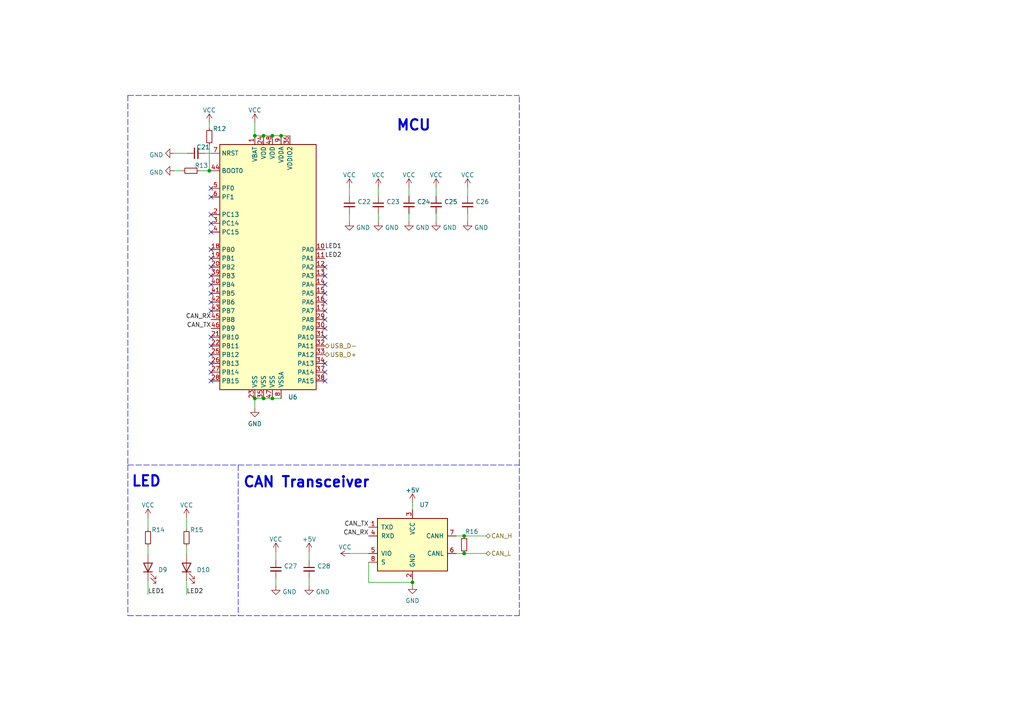
<source format=kicad_sch>
(kicad_sch (version 20211123) (generator eeschema)
  (paper "A4")
  (lib_symbols
    (symbol "Device:C_Small" (pin_numbers hide) (pin_names (offset 0.254) hide)
      (property "Reference" "C" (at 0.254 1.778 0))
      (property "Value" "C_Small" (at 0.254 -2.032 0))
      (symbol "C_Small_0_1"
        (polyline (pts (xy -1.524 -0.508) (xy 1.524 -0.508)) (stroke (width 0.3302)))
        (polyline (pts (xy -1.524 0.508) (xy 1.524 0.508)) (stroke (width 0.3048)))
      )
      (symbol "C_Small_1_1"
        (pin passive line (at 0 2.54 270) (length 2.032) (name "~") (number "1"))
        (pin passive line (at 0 -2.54 90) (length 2.032) (name "~") (number "2"))
      )
    )
    (symbol "Device:LED" (pin_numbers hide) (pin_names (offset 1.016) hide)
      (property "Reference" "D" (at 0 2.54 0))
      (property "Value" "LED" (at 0 -2.54 0))
      (symbol "LED_0_1"
        (polyline (pts (xy -1.27 -1.27) (xy -1.27 1.27)) (stroke (width 0.254)))
        (polyline (pts (xy -1.27 0) (xy 1.27 0)))
        (polyline (pts (xy 1.27 -1.27) (xy 1.27 1.27) (xy -1.27 0) (xy 1.27 -1.27)) (stroke (width 0.254)))
        (polyline (pts (xy -3.048 -0.762) (xy -4.572 -2.286) (xy -3.81 -2.286) (xy -4.572 -2.286) (xy -4.572 -1.524)))
        (polyline (pts (xy -1.778 -0.762) (xy -3.302 -2.286) (xy -2.54 -2.286) (xy -3.302 -2.286) (xy -3.302 -1.524)))
      )
      (symbol "LED_1_1"
        (pin passive line (at -3.81 0 0) (length 2.54) (name "K") (number "1"))
        (pin passive line (at 3.81 0 180) (length 2.54) (name "A") (number "2"))
      )
    )
    (symbol "Device:R_Small" (pin_numbers hide) (pin_names (offset 0.254) hide)
      (property "Reference" "R" (at 0.762 0.508 0))
      (property "Value" "R_Small" (at 0.762 -1.016 0))
      (symbol "R_Small_0_1"
        (rectangle (start -0.762 1.778) (end 0.762 -1.778) (stroke (width 0.2032)))
      )
      (symbol "R_Small_1_1"
        (pin passive line (at 0 2.54 270) (length 0.762) (name "~") (number "1"))
        (pin passive line (at 0 -2.54 90) (length 0.762) (name "~") (number "2"))
      )
    )
    (symbol "Interface_CAN_LIN:TJA1051T-3" (pin_names (offset 1.016))
      (property "Reference" "U" (at -10.16 8.89 0))
      (property "Value" "TJA1051T-3" (at 1.27 8.89 0))
      (symbol "TJA1051T-3_0_1"
        (rectangle (start -10.16 7.62) (end 10.16 -7.62) (stroke (width 0.254)) (fill (type background)))
      )
      (symbol "TJA1051T-3_1_1"
        (pin input line (at -12.7 5.08 0) (length 2.54) (name "TXD") (number "1"))
        (pin power_in line (at 0 -10.16 90) (length 2.54) (name "GND") (number "2"))
        (pin power_in line (at 0 10.16 270) (length 2.54) (name "VCC") (number "3"))
        (pin output line (at -12.7 2.54 0) (length 2.54) (name "RXD") (number "4"))
        (pin power_in line (at -12.7 -2.54 0) (length 2.54) (name "VIO") (number "5"))
        (pin bidirectional line (at 12.7 -2.54 180) (length 2.54) (name "CANL") (number "6"))
        (pin bidirectional line (at 12.7 2.54 180) (length 2.54) (name "CANH") (number "7"))
        (pin input line (at -12.7 -5.08 0) (length 2.54) (name "S") (number "8"))
      )
    )
    (symbol "MCU_ST_STM32F0:STM32F072C8Tx"
      (property "Reference" "U" (at -15.24 36.83 0))
      (property "Value" "STM32F072C8Tx" (at 7.62 36.83 0))
      (symbol "STM32F072C8Tx_0_1"
        (rectangle (start -15.24 -35.56) (end 12.7 35.56) (stroke (width 0.254)) (fill (type background)))
      )
      (symbol "STM32F072C8Tx_1_1"
        (pin power_in line (at -5.08 38.1 270) (length 2.54) (name "VBAT") (number "1"))
        (pin bidirectional line (at 15.24 5.08 180) (length 2.54) (name "PA0") (number "10"))
        (pin bidirectional line (at 15.24 2.54 180) (length 2.54) (name "PA1") (number "11"))
        (pin bidirectional line (at 15.24 0 180) (length 2.54) (name "PA2") (number "12"))
        (pin bidirectional line (at 15.24 -2.54 180) (length 2.54) (name "PA3") (number "13"))
        (pin bidirectional line (at 15.24 -5.08 180) (length 2.54) (name "PA4") (number "14"))
        (pin bidirectional line (at 15.24 -7.62 180) (length 2.54) (name "PA5") (number "15"))
        (pin bidirectional line (at 15.24 -10.16 180) (length 2.54) (name "PA6") (number "16"))
        (pin bidirectional line (at 15.24 -12.7 180) (length 2.54) (name "PA7") (number "17"))
        (pin bidirectional line (at -17.78 5.08 0) (length 2.54) (name "PB0") (number "18"))
        (pin bidirectional line (at -17.78 2.54 0) (length 2.54) (name "PB1") (number "19"))
        (pin bidirectional line (at -17.78 15.24 0) (length 2.54) (name "PC13") (number "2"))
        (pin bidirectional line (at -17.78 0 0) (length 2.54) (name "PB2") (number "20"))
        (pin bidirectional line (at -17.78 -20.32 0) (length 2.54) (name "PB10") (number "21"))
        (pin bidirectional line (at -17.78 -22.86 0) (length 2.54) (name "PB11") (number "22"))
        (pin power_in line (at -5.08 -38.1 90) (length 2.54) (name "VSS") (number "23"))
        (pin power_in line (at -2.54 38.1 270) (length 2.54) (name "VDD") (number "24"))
        (pin bidirectional line (at -17.78 -25.4 0) (length 2.54) (name "PB12") (number "25"))
        (pin bidirectional line (at -17.78 -27.94 0) (length 2.54) (name "PB13") (number "26"))
        (pin bidirectional line (at -17.78 -30.48 0) (length 2.54) (name "PB14") (number "27"))
        (pin bidirectional line (at -17.78 -33.02 0) (length 2.54) (name "PB15") (number "28"))
        (pin bidirectional line (at 15.24 -15.24 180) (length 2.54) (name "PA8") (number "29"))
        (pin bidirectional line (at -17.78 12.7 0) (length 2.54) (name "PC14") (number "3"))
        (pin bidirectional line (at 15.24 -17.78 180) (length 2.54) (name "PA9") (number "30"))
        (pin bidirectional line (at 15.24 -20.32 180) (length 2.54) (name "PA10") (number "31"))
        (pin bidirectional line (at 15.24 -22.86 180) (length 2.54) (name "PA11") (number "32"))
        (pin bidirectional line (at 15.24 -25.4 180) (length 2.54) (name "PA12") (number "33"))
        (pin bidirectional line (at 15.24 -27.94 180) (length 2.54) (name "PA13") (number "34"))
        (pin power_in line (at -2.54 -38.1 90) (length 2.54) (name "VSS") (number "35"))
        (pin power_in line (at 5.08 38.1 270) (length 2.54) (name "VDDIO2") (number "36"))
        (pin bidirectional line (at 15.24 -30.48 180) (length 2.54) (name "PA14") (number "37"))
        (pin bidirectional line (at 15.24 -33.02 180) (length 2.54) (name "PA15") (number "38"))
        (pin bidirectional line (at -17.78 -2.54 0) (length 2.54) (name "PB3") (number "39"))
        (pin bidirectional line (at -17.78 10.16 0) (length 2.54) (name "PC15") (number "4"))
        (pin bidirectional line (at -17.78 -5.08 0) (length 2.54) (name "PB4") (number "40"))
        (pin bidirectional line (at -17.78 -7.62 0) (length 2.54) (name "PB5") (number "41"))
        (pin bidirectional line (at -17.78 -10.16 0) (length 2.54) (name "PB6") (number "42"))
        (pin bidirectional line (at -17.78 -12.7 0) (length 2.54) (name "PB7") (number "43"))
        (pin input line (at -17.78 27.94 0) (length 2.54) (name "BOOT0") (number "44"))
        (pin bidirectional line (at -17.78 -15.24 0) (length 2.54) (name "PB8") (number "45"))
        (pin bidirectional line (at -17.78 -17.78 0) (length 2.54) (name "PB9") (number "46"))
        (pin power_in line (at 0 -38.1 90) (length 2.54) (name "VSS") (number "47"))
        (pin power_in line (at 0 38.1 270) (length 2.54) (name "VDD") (number "48"))
        (pin input line (at -17.78 22.86 0) (length 2.54) (name "PF0") (number "5"))
        (pin input line (at -17.78 20.32 0) (length 2.54) (name "PF1") (number "6"))
        (pin input line (at -17.78 33.02 0) (length 2.54) (name "NRST") (number "7"))
        (pin power_in line (at 2.54 -38.1 90) (length 2.54) (name "VSSA") (number "8"))
        (pin power_in line (at 2.54 38.1 270) (length 2.54) (name "VDDA") (number "9"))
      )
    )
    (symbol "power:+5V" (power) (pin_names (offset 0))
      (property "Value" "+5V" (at 0 3.556 0))
      (symbol "+5V_0_1"
        (polyline (pts (xy -0.762 1.27) (xy 0 2.54)))
        (polyline (pts (xy 0 0) (xy 0 2.54)))
        (polyline (pts (xy 0 2.54) (xy 0.762 1.27)))
      )
      (symbol "+5V_1_1"
        (pin power_in line (at 0 0 90) (length 0) hide (name "+5V") (number "1"))
      )
    )
    (symbol "power:GND" (power) (pin_names (offset 0))
      (property "Value" "GND" (at 0 -3.81 0))
      (symbol "GND_0_1"
        (polyline (pts (xy 0 0) (xy 0 -1.27) (xy 1.27 -1.27) (xy 0 -2.54) (xy -1.27 -1.27) (xy 0 -1.27)))
      )
      (symbol "GND_1_1"
        (pin power_in line (at 0 0 270) (length 0) hide (name "GND") (number "1"))
      )
    )
    (symbol "power:VCC" (power) (pin_names (offset 0))
      (property "Value" "VCC" (at 0 3.81 0))
      (symbol "VCC_0_1"
        (polyline (pts (xy -0.762 1.27) (xy 0 2.54)))
        (polyline (pts (xy 0 0) (xy 0 2.54)))
        (polyline (pts (xy 0 2.54) (xy 0.762 1.27)))
      )
      (symbol "VCC_1_1"
        (pin power_in line (at 0 0 90) (length 0) hide (name "VCC") (number "1"))
      )
    )
  )
  (junction (at 78.994 39.37))
  (junction (at 134.62 155.448))
  (junction (at 76.454 39.37))
  (junction (at 73.914 39.37))
  (junction (at 78.994 115.57))
  (junction (at 60.706 49.53))
  (junction (at 134.62 160.528))
  (junction (at 76.454 115.57))
  (junction (at 119.634 168.91))
  (junction (at 81.534 39.37))
  (junction (at 73.914 115.57))
  (no_connect (at 61.214 82.55))
  (no_connect (at 61.214 54.61))
  (no_connect (at 94.234 92.71))
  (no_connect (at 61.214 64.77))
  (no_connect (at 94.234 82.55))
  (no_connect (at 61.214 72.39))
  (no_connect (at 94.234 90.17))
  (no_connect (at 61.214 62.23))
  (no_connect (at 94.234 110.49))
  (no_connect (at 94.234 105.41))
  (no_connect (at 61.214 67.31))
  (no_connect (at 61.214 90.17))
  (no_connect (at 61.214 85.09))
  (no_connect (at 94.234 97.79))
  (no_connect (at 61.214 57.15))
  (no_connect (at 61.214 77.47))
  (no_connect (at 61.214 80.01))
  (no_connect (at 61.214 100.33))
  (no_connect (at 94.234 95.25))
  (no_connect (at 94.234 80.01))
  (no_connect (at 61.214 110.49))
  (no_connect (at 94.234 77.47))
  (no_connect (at 61.214 87.63))
  (no_connect (at 61.214 97.79))
  (no_connect (at 94.234 107.95))
  (no_connect (at 94.234 87.63))
  (no_connect (at 94.234 85.09))
  (no_connect (at 61.214 105.41))
  (no_connect (at 61.214 107.95))
  (no_connect (at 61.214 74.93))
  (no_connect (at 61.214 102.87))
  (wire (pts (xy 101.346 160.528) (xy 106.934 160.528)))
  (wire (pts (xy 101.346 54.356) (xy 101.346 56.896)))
  (wire (pts (xy 42.926 150.114) (xy 42.926 153.416)))
  (polyline (pts (xy 37.084 27.686) (xy 150.622 27.686)))
  (wire (pts (xy 132.334 155.448) (xy 134.62 155.448)))
  (polyline (pts (xy 150.622 178.562) (xy 150.622 134.874)))
  (wire (pts (xy 73.914 115.57) (xy 73.914 118.364)))
  (wire (pts (xy 134.62 155.448) (xy 140.97 155.448)))
  (wire (pts (xy 54.102 150.114) (xy 54.102 153.416)))
  (wire (pts (xy 57.912 49.53) (xy 60.706 49.53)))
  (wire (pts (xy 76.454 39.37) (xy 78.994 39.37)))
  (wire (pts (xy 60.706 49.53) (xy 61.214 49.53)))
  (wire (pts (xy 78.994 115.57) (xy 81.534 115.57)))
  (wire (pts (xy 50.546 49.53) (xy 52.832 49.53)))
  (wire (pts (xy 126.492 54.356) (xy 126.492 56.896)))
  (wire (pts (xy 119.634 168.148) (xy 119.634 168.91)))
  (wire (pts (xy 73.914 115.57) (xy 76.454 115.57)))
  (wire (pts (xy 101.346 61.976) (xy 101.346 64.262)))
  (wire (pts (xy 118.618 61.976) (xy 118.618 64.262)))
  (wire (pts (xy 106.934 168.91) (xy 119.634 168.91)))
  (wire (pts (xy 109.728 54.356) (xy 109.728 56.896)))
  (wire (pts (xy 119.634 168.91) (xy 119.634 169.672)))
  (polyline (pts (xy 37.084 27.686) (xy 37.084 134.874)))
  (wire (pts (xy 81.534 39.37) (xy 84.074 39.37)))
  (wire (pts (xy 73.914 39.37) (xy 76.454 39.37)))
  (wire (pts (xy 50.546 44.45) (xy 54.356 44.45)))
  (wire (pts (xy 135.636 61.976) (xy 135.636 64.262)))
  (wire (pts (xy 106.934 163.068) (xy 106.934 168.91)))
  (wire (pts (xy 132.334 160.528) (xy 134.62 160.528)))
  (wire (pts (xy 59.436 44.45) (xy 61.214 44.45)))
  (wire (pts (xy 119.634 145.796) (xy 119.634 147.828)))
  (wire (pts (xy 134.62 160.528) (xy 140.97 160.528)))
  (wire (pts (xy 76.454 115.57) (xy 78.994 115.57)))
  (wire (pts (xy 78.994 39.37) (xy 81.534 39.37)))
  (polyline (pts (xy 37.084 134.874) (xy 150.622 134.874)))
  (wire (pts (xy 42.926 168.402) (xy 42.926 172.466)))
  (wire (pts (xy 73.914 35.56) (xy 73.914 39.37)))
  (wire (pts (xy 60.706 35.56) (xy 60.706 37.084)))
  (wire (pts (xy 118.618 54.356) (xy 118.618 56.896)))
  (wire (pts (xy 89.662 167.64) (xy 89.662 169.926)))
  (wire (pts (xy 80.01 167.64) (xy 80.01 169.926)))
  (wire (pts (xy 89.662 160.02) (xy 89.662 162.56)))
  (wire (pts (xy 54.102 168.402) (xy 54.102 172.466)))
  (wire (pts (xy 135.636 54.356) (xy 135.636 56.896)))
  (wire (pts (xy 54.102 158.496) (xy 54.102 160.782)))
  (wire (pts (xy 126.492 61.976) (xy 126.492 64.262)))
  (polyline (pts (xy 69.088 134.874) (xy 69.088 178.562)))
  (wire (pts (xy 109.728 61.976) (xy 109.728 64.262)))
  (wire (pts (xy 80.01 160.02) (xy 80.01 162.56)))
  (polyline (pts (xy 150.622 134.874) (xy 150.622 27.686)))
  (wire (pts (xy 42.926 158.496) (xy 42.926 160.782)))
  (wire (pts (xy 60.706 42.164) (xy 60.706 49.53)))
  (polyline (pts (xy 37.084 178.562) (xy 150.622 178.562)))
  (polyline (pts (xy 37.084 134.874) (xy 37.084 178.562)))
  (text "MCU" (at 114.808 38.227 0) (effects (font (size 3 3) (thickness 0.6) bold) (justify left bottom)))
  (text "LED" (at 37.973 141.478 0) (effects (font (size 3 3) (thickness 0.6) bold) (justify left bottom)))
  (text "CAN Transceiver" (at 70.358 141.732 0) (effects (font (size 3 3) (thickness 0.6) bold) (justify left bottom)))
  (label "LED2" (at 54.102 172.466 0))
  (label "CAN_RX" (at 106.934 155.448 180))
  (label "LED1" (at 94.234 72.39 0))
  (label "CAN_TX" (at 106.934 152.908 180))
  (label "LED1" (at 42.926 172.466 0))
  (label "LED2" (at 94.234 74.93 0))
  (label "CAN_RX" (at 61.214 92.71 180))
  (label "CAN_TX" (at 61.214 95.25 180))
  (hierarchical_label "USB_D-" (shape bidirectional) (at 94.234 100.33 0))
  (hierarchical_label "CAN_H" (shape bidirectional) (at 140.97 155.448 0))
  (hierarchical_label "CAN_L" (shape bidirectional) (at 140.97 160.528 0))
  (hierarchical_label "USB_D+" (shape bidirectional) (at 94.234 102.87 0))
  (symbol (lib_id "power:+5V") (at 89.662 160.02 0) (unit 1)
    (property "Reference" "#PWR090" (effects hide))
  )
  (symbol (lib_id "power:VCC") (at 101.346 160.528 90) (mirror x) (unit 1)
    (property "Reference" "#PWR091" (effects hide))
  )
  (symbol (lib_id "power:VCC") (at 109.728 54.356 0) (unit 1)
    (property "Reference" "#PWR076" (effects hide))
  )
  (symbol (lib_id "power:GND") (at 118.618 64.262 0) (unit 1)
    (property "Reference" "#PWR082" (effects hide))
  )
  (symbol (lib_id "MCU_ST_STM32F0:STM32F072C8Tx") (at 78.994 77.47 0) (unit 1)
    (property "Reference" "U6" (at 83.5534 115.1795 0) (effects (justify left)))
    (property "Datasheet" "http://www.st.com/st-web-ui/static/active/en/resource/technical/document/datasheet/DM00090510.pdf" (effects hide))
  )
  (symbol (lib_id "Device:R_Small") (at 42.926 155.956 180) (unit 1)
    (property "Reference" "R14" (at 43.942 153.67 0) (effects (justify right)))
  )
  (symbol (lib_id "Device:C_Small") (at 126.492 59.436 0) (unit 1)
    (property "Reference" "C25" (at 128.8161 58.5338 0) (effects (justify left)))
  )
  (symbol (lib_id "power:GND") (at 80.01 169.926 0) (unit 1)
    (property "Reference" "#PWR093" (effects hide))
  )
  (symbol (lib_id "Device:LED") (at 54.102 164.592 90) (unit 1)
    (property "Reference" "D10" (at 57.023 165.271 90) (effects (justify right)))
  )
  (symbol (lib_id "power:GND") (at 101.346 64.262 0) (unit 1)
    (property "Reference" "#PWR080" (effects hide))
  )
  (symbol (lib_id "power:VCC") (at 118.618 54.356 0) (unit 1)
    (property "Reference" "#PWR077" (effects hide))
  )
  (symbol (lib_id "Device:C_Small") (at 109.728 59.436 0) (unit 1)
    (property "Reference" "C23" (at 112.0521 58.5338 0) (effects (justify left)))
  )
  (symbol (lib_id "power:VCC") (at 126.492 54.356 0) (unit 1)
    (property "Reference" "#PWR078" (effects hide))
  )
  (symbol (lib_id "power:GND") (at 119.634 169.672 0) (unit 1)
    (property "Reference" "#PWR092" (effects hide))
  )
  (symbol (lib_id "power:VCC") (at 101.346 54.356 0) (unit 1)
    (property "Reference" "#PWR075" (effects hide))
  )
  (symbol (lib_id "Device:C_Small") (at 80.01 165.1 0) (unit 1)
    (property "Reference" "C27" (at 82.3341 164.1978 0) (effects (justify left)))
  )
  (symbol (lib_id "power:VCC") (at 135.636 54.356 0) (unit 1)
    (property "Reference" "#PWR079" (effects hide))
  )
  (symbol (lib_id "Device:C_Small") (at 89.662 165.1 0) (unit 1)
    (property "Reference" "C28" (at 91.9861 164.1978 0) (effects (justify left)))
  )
  (symbol (lib_id "Device:R_Small") (at 134.62 157.988 0) (unit 1)
    (property "Reference" "R16" (at 134.874 154.178 0) (effects (justify left)))
  )
  (symbol (lib_id "Device:LED") (at 42.926 164.592 90) (unit 1)
    (property "Reference" "D9" (at 45.847 165.271 90) (effects (justify right)))
  )
  (symbol (lib_id "power:GND") (at 135.636 64.262 0) (unit 1)
    (property "Reference" "#PWR084" (effects hide))
  )
  (symbol (lib_id "power:VCC") (at 73.914 35.56 0) (unit 1)
    (property "Reference" "#PWR072" (effects hide))
  )
  (symbol (lib_id "Interface_CAN_LIN:TJA1051T-3") (at 119.634 157.988 0) (unit 1)
    (property "Reference" "U7" (at 121.6534 146.4015 0) (effects (justify left)))
    (property "Datasheet" "http://www.nxp.com/documents/data_sheet/TJA1051.pdf" (effects hide))
  )
  (symbol (lib_id "power:GND") (at 50.546 44.45 270) (unit 1)
    (property "Reference" "#PWR073" (effects hide))
  )
  (symbol (lib_id "Device:R_Small") (at 54.102 155.956 180) (unit 1)
    (property "Reference" "R15" (at 55.118 153.67 0) (effects (justify right)))
  )
  (symbol (lib_id "Device:C_Small") (at 135.636 59.436 0) (unit 1)
    (property "Reference" "C26" (at 137.9601 58.5338 0) (effects (justify left)))
  )
  (symbol (lib_id "power:VCC") (at 60.706 35.56 0) (unit 1)
    (property "Reference" "#PWR071" (effects hide))
  )
  (symbol (lib_id "power:VCC") (at 54.102 150.114 0) (unit 1)
    (property "Reference" "#PWR088" (effects hide))
  )
  (symbol (lib_id "Device:C_Small") (at 56.896 44.45 90) (unit 1)
    (property "Reference" "C21" (at 58.928 42.672 90))
  )
  (symbol (lib_id "Device:C_Small") (at 101.346 59.436 0) (unit 1)
    (property "Reference" "C22" (at 103.6701 58.5338 0) (effects (justify left)))
  )
  (symbol (lib_id "Device:C_Small") (at 118.618 59.436 0) (unit 1)
    (property "Reference" "C24" (at 120.9421 58.5338 0) (effects (justify left)))
  )
  (symbol (lib_id "power:GND") (at 73.914 118.364 0) (unit 1)
    (property "Reference" "#PWR085" (effects hide))
  )
  (symbol (lib_id "Device:R_Small") (at 60.706 39.624 180) (unit 1)
    (property "Reference" "R12" (at 61.722 37.338 0) (effects (justify right)))
  )
  (symbol (lib_id "Device:R_Small") (at 55.372 49.53 90) (unit 1)
    (property "Reference" "R13" (at 58.42 48.006 90))
  )
  (symbol (lib_id "power:GND") (at 50.546 49.53 270) (unit 1)
    (property "Reference" "#PWR074" (effects hide))
  )
  (symbol (lib_id "power:GND") (at 109.728 64.262 0) (unit 1)
    (property "Reference" "#PWR081" (effects hide))
  )
  (symbol (lib_id "power:+5V") (at 119.634 145.796 0) (unit 1)
    (property "Reference" "#PWR086" (effects hide))
  )
  (symbol (lib_id "power:GND") (at 126.492 64.262 0) (unit 1)
    (property "Reference" "#PWR083" (effects hide))
  )
  (symbol (lib_id "power:VCC") (at 80.01 160.02 0) (unit 1)
    (property "Reference" "#PWR089" (effects hide))
  )
  (symbol (lib_id "power:GND") (at 89.662 169.926 0) (unit 1)
    (property "Reference" "#PWR094" (effects hide))
  )
  (symbol (lib_id "power:VCC") (at 42.926 150.114 0) (unit 1)
    (property "Reference" "#PWR087" (effects hide))
  )
)
</source>
